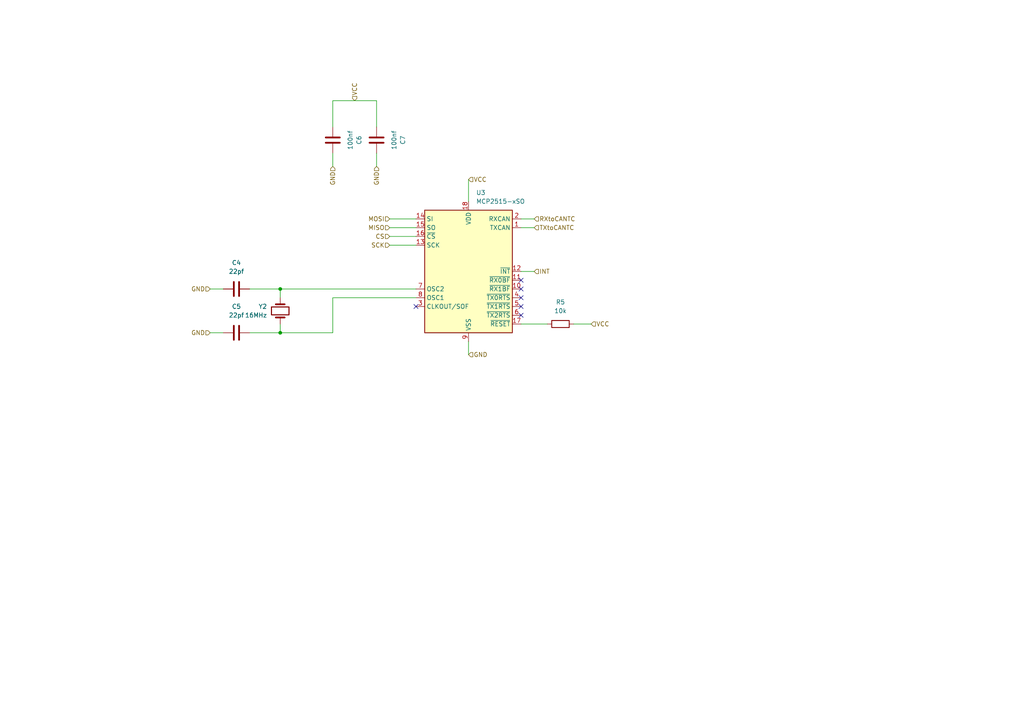
<source format=kicad_sch>
(kicad_sch (version 20231120) (generator "eeschema") (generator_version "8.0")
  (paper "A4")
  (lib_symbols
    (symbol "Device:C" (pin_numbers hide) (pin_names (offset 0.254))
      (property "Reference" "C" (at 0.635 2.54 0))
      (property "Value" "C" (at 0.635 -2.54 0))
      (symbol "C_0_1"
        (polyline (pts (xy -2.032 -0.762) (xy 2.032 -0.762)) (stroke (width 0.508)))
        (polyline (pts (xy -2.032 0.762) (xy 2.032 0.762)) (stroke (width 0.508)))
      )
      (symbol "C_1_1"
        (pin passive line (at 0 3.81 270) (length 2.794) (name "~") (number "1"))
        (pin passive line (at 0 -3.81 90) (length 2.794) (name "~") (number "2"))
      )
    )
    (symbol "Device:Crystal" (pin_numbers hide) (pin_names (offset 1.016) hide)
      (property "Reference" "Y" (at 0 3.81 0))
      (property "Value" "Crystal" (at 0 -3.81 0))
      (symbol "Crystal_0_1"
        (rectangle (start -1.143 2.54) (end 1.143 -2.54) (stroke (width 0.3048)))
        (polyline (pts (xy -2.54 0) (xy -1.905 0)))
        (polyline (pts (xy -1.905 -1.27) (xy -1.905 1.27)) (stroke (width 0.508)))
        (polyline (pts (xy 1.905 -1.27) (xy 1.905 1.27)) (stroke (width 0.508)))
        (polyline (pts (xy 2.54 0) (xy 1.905 0)))
      )
      (symbol "Crystal_1_1"
        (pin passive line (at -3.81 0 0) (length 1.27) (name "1") (number "1"))
        (pin passive line (at 3.81 0 180) (length 1.27) (name "2") (number "2"))
      )
    )
    (symbol "Device:R" (pin_numbers hide) (pin_names (offset 0))
      (property "Reference" "R" (at 2.032 0 90))
      (property "Value" "R" (at 0 0 90))
      (symbol "R_0_1"
        (rectangle (start -1.016 -2.54) (end 1.016 2.54) (stroke (width 0.254)))
      )
      (symbol "R_1_1"
        (pin passive line (at 0 3.81 270) (length 1.27) (name "~") (number "1"))
        (pin passive line (at 0 -3.81 90) (length 1.27) (name "~") (number "2"))
      )
    )
    (symbol "Interface_CAN_LIN:MCP2515-xSO"
      (property "Reference" "U" (at -10.16 19.685 0))
      (property "Value" "MCP2515-xSO" (at 19.05 20.32 0))
      (symbol "MCP2515-xSO_0_1"
        (rectangle (start -12.7 17.78) (end 12.7 -17.78) (stroke (width 0.254)) (fill (type background)))
      )
      (symbol "MCP2515-xSO_1_1"
        (pin output line (at 15.24 12.7 180) (length 2.54) (name "TXCAN") (number "1"))
        (pin output line (at 15.24 -5.08 180) (length 2.54) (name "~{RX1BF}") (number "10"))
        (pin output line (at 15.24 -2.54 180) (length 2.54) (name "~{RX0BF}") (number "11"))
        (pin output line (at 15.24 0 180) (length 2.54) (name "~{INT}") (number "12"))
        (pin input line (at -15.24 7.62 0) (length 2.54) (name "SCK") (number "13"))
        (pin input line (at -15.24 15.24 0) (length 2.54) (name "SI") (number "14"))
        (pin output line (at -15.24 12.7 0) (length 2.54) (name "SO") (number "15"))
        (pin input line (at -15.24 10.16 0) (length 2.54) (name "~{CS}") (number "16"))
        (pin input line (at 15.24 -15.24 180) (length 2.54) (name "~{RESET}") (number "17"))
        (pin power_in line (at 0 20.32 270) (length 2.54) (name "VDD") (number "18"))
        (pin input line (at 15.24 15.24 180) (length 2.54) (name "RXCAN") (number "2"))
        (pin output line (at -15.24 -10.16 0) (length 2.54) (name "CLKOUT/SOF") (number "3"))
        (pin input line (at 15.24 -7.62 180) (length 2.54) (name "~{TX0RTS}") (number "4"))
        (pin input line (at 15.24 -10.16 180) (length 2.54) (name "~{TX1RTS}") (number "5"))
        (pin input line (at 15.24 -12.7 180) (length 2.54) (name "~{TX2RTS}") (number "6"))
        (pin output line (at -15.24 -5.08 0) (length 2.54) (name "OSC2") (number "7"))
        (pin input line (at -15.24 -7.62 0) (length 2.54) (name "OSC1") (number "8"))
        (pin power_in line (at 0 -20.32 90) (length 2.54) (name "VSS") (number "9"))
      )
    )
  )
  (junction (at 81.28 96.52))
  (junction (at 81.28 83.82))
  (no_connect (at 151.13 81.28))
  (no_connect (at 151.13 86.36))
  (no_connect (at 151.13 83.82))
  (no_connect (at 151.13 91.44))
  (no_connect (at 120.65 88.9))
  (no_connect (at 151.13 88.9))
  (wire (pts (xy 96.52 96.52) (xy 96.52 86.36)))
  (wire (pts (xy 151.13 66.04) (xy 154.94 66.04)))
  (wire (pts (xy 81.28 86.36) (xy 81.28 83.82)))
  (wire (pts (xy 64.77 83.82) (xy 60.96 83.82)))
  (wire (pts (xy 81.28 83.82) (xy 120.65 83.82)))
  (wire (pts (xy 72.39 96.52) (xy 81.28 96.52)))
  (wire (pts (xy 96.52 86.36) (xy 120.65 86.36)))
  (wire (pts (xy 113.03 71.12) (xy 120.65 71.12)))
  (wire (pts (xy 109.22 44.45) (xy 109.22 48.26)))
  (wire (pts (xy 81.28 83.82) (xy 72.39 83.82)))
  (wire (pts (xy 113.03 63.5) (xy 120.65 63.5)))
  (wire (pts (xy 113.03 66.04) (xy 120.65 66.04)))
  (wire (pts (xy 96.52 96.52) (xy 81.28 96.52)))
  (wire (pts (xy 151.13 78.74) (xy 154.94 78.74)))
  (wire (pts (xy 135.89 99.06) (xy 135.89 102.87)))
  (wire (pts (xy 96.52 36.83) (xy 96.52 29.21)))
  (wire (pts (xy 166.37 93.98) (xy 171.45 93.98)))
  (wire (pts (xy 109.22 29.21) (xy 109.22 36.83)))
  (wire (pts (xy 113.03 68.58) (xy 120.65 68.58)))
  (wire (pts (xy 151.13 93.98) (xy 158.75 93.98)))
  (wire (pts (xy 81.28 96.52) (xy 81.28 93.98)))
  (wire (pts (xy 151.13 63.5) (xy 154.94 63.5)))
  (wire (pts (xy 96.52 44.45) (xy 96.52 48.26)))
  (wire (pts (xy 135.89 52.07) (xy 135.89 58.42)))
  (wire (pts (xy 96.52 29.21) (xy 109.22 29.21)))
  (wire (pts (xy 64.77 96.52) (xy 60.96 96.52)))
  (hierarchical_label "SCK" (shape input) (at 113.03 71.12 180))
  (hierarchical_label "GND" (shape input) (at 109.22 48.26 270))
  (hierarchical_label "MISO" (shape input) (at 113.03 66.04 180))
  (hierarchical_label "VCC" (shape input) (at 171.45 93.98 0))
  (hierarchical_label "VCC" (shape input) (at 102.87 29.21 90))
  (hierarchical_label "GND" (shape input) (at 96.52 48.26 270))
  (hierarchical_label "CS" (shape input) (at 113.03 68.58 180))
  (hierarchical_label "RXtoCANTC" (shape input) (at 154.94 63.5 0))
  (hierarchical_label "TXtoCANTC" (shape input) (at 154.94 66.04 0))
  (hierarchical_label "MOSI" (shape input) (at 113.03 63.5 180))
  (hierarchical_label "GND" (shape input) (at 135.89 102.87 0))
  (hierarchical_label "GND" (shape input) (at 60.96 83.82 180))
  (hierarchical_label "INT" (shape input) (at 154.94 78.74 0))
  (hierarchical_label "GND" (shape input) (at 60.96 96.52 180))
  (hierarchical_label "VCC" (shape input) (at 135.89 52.07 0))
  (symbol (lib_id "Interface_CAN_LIN:MCP2515-xSO") (at 135.89 78.74 0) (unit 1)
    (property "Reference" "U3" (at 138.0841 55.88 0) (effects (justify left)))
    (property "Value" "MCP2515-xSO" (at 138.0841 58.42 0) (effects (justify left)))
    (property "Footprint" "Package_SO:SOIC-18W_7.5x11.6mm_P1.27mm" (effects (hide yes)))
    (property "Datasheet" "http://ww1.microchip.com/downloads/en/DeviceDoc/21801e.pdf" (effects (hide yes)))
    (property "Description" "Stand-Alone CAN Controller with SPI Interface, SOIC-18" (effects (hide yes)))
  )
  (symbol (lib_id "Device:C") (at 96.52 40.64 0) (unit 1)
    (property "Reference" "C6" (at 104.14 40.64 90))
    (property "Value" "100nf" (at 101.6 40.64 90))
    (property "Footprint" "Capacitor_SMD:C_1206_3216Metric_Pad1.33x1.80mm_HandSolder" (effects (hide yes)))
    (property "Description" "Unpolarized capacitor" (effects (hide yes)))
  )
  (symbol (lib_id "Device:R") (at 162.56 93.98 90) (unit 1)
    (property "Reference" "R5" (at 162.56 87.63 90))
    (property "Value" "10k" (at 162.56 90.17 90))
    (property "Footprint" "Resistor_SMD:R_1206_3216Metric_Pad1.30x1.75mm_HandSolder" (effects (hide yes)))
    (property "Description" "Resistor" (effects (hide yes)))
  )
  (symbol (lib_id "Device:Crystal") (at 81.28 90.17 270) (mirror x) (unit 1)
    (property "Reference" "Y2" (at 77.47 88.8999 90) (effects (justify right)))
    (property "Value" "16MHz" (at 77.47 91.4399 90) (effects (justify right)))
    (property "Footprint" "Crystal:Crystal_HC49-U_Vertical" (effects (hide yes)))
    (property "Description" "Two pin crystal" (effects (hide yes)))
  )
  (symbol (lib_id "Device:C") (at 68.58 83.82 270) (mirror x) (unit 1)
    (property "Reference" "C4" (at 68.58 76.2 90))
    (property "Value" "22pf" (at 68.58 78.74 90))
    (property "Footprint" "Capacitor_SMD:C_1206_3216Metric_Pad1.33x1.80mm_HandSolder" (effects (hide yes)))
    (property "Description" "Unpolarized capacitor" (effects (hide yes)))
  )
  (symbol (lib_id "Device:C") (at 109.22 40.64 0) (unit 1)
    (property "Reference" "C7" (at 116.84 40.64 90))
    (property "Value" "100nf" (at 114.3 40.64 90))
    (property "Footprint" "Capacitor_SMD:C_1206_3216Metric_Pad1.33x1.80mm_HandSolder" (effects (hide yes)))
    (property "Description" "Unpolarized capacitor" (effects (hide yes)))
  )
  (symbol (lib_id "Device:C") (at 68.58 96.52 270) (mirror x) (unit 1)
    (property "Reference" "C5" (at 68.58 88.9 90))
    (property "Value" "22pf" (at 68.58 91.44 90))
    (property "Footprint" "Capacitor_SMD:C_1206_3216Metric_Pad1.33x1.80mm_HandSolder" (effects (hide yes)))
    (property "Description" "Unpolarized capacitor" (effects (hide yes)))
  )
)
</source>
